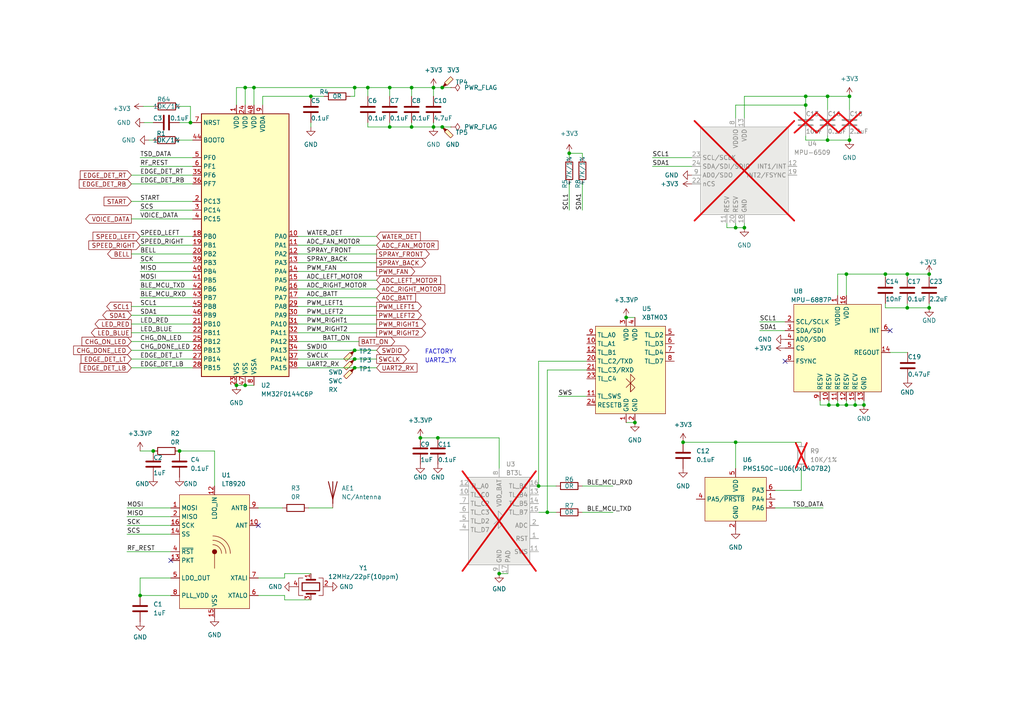
<source format=kicad_sch>
(kicad_sch (version 20230121) (generator eeschema)
  (paper "A4")
  (lib_symbols
    (symbol "Connector:TestPoint_Probe" (pin_numbers hide) (pin_names (offset 0.762) hide)
      (property "Reference" "TP" (at 1.651 5.842 0))
      (property "Value" "TestPoint_Probe" (at 1.651 4.064 0))
      (symbol "TestPoint_Probe_0_1"
        (polyline (pts (xy 1.27 0.762) (xy 0 0) (xy 0.762 1.27) (xy 1.27 0.762)) (fill (type outline)))
        (polyline (pts (xy 1.397 0.635) (xy 0.635 1.397) (xy 2.413 3.175) (xy 3.175 2.413) (xy 1.397 0.635)) (fill (type background)))
      )
      (symbol "TestPoint_Probe_1_1"
        (pin passive line (at 0 0 90) (length 0) (name "1") (number "1"))
      )
    )
    (symbol "Device:Antenna" (pin_numbers hide) (pin_names (offset 1.016) hide)
      (property "Reference" "AE" (at -1.905 1.905 0))
      (property "Value" "Antenna" (at -1.905 0 0))
      (symbol "Antenna_0_1"
        (polyline (pts (xy 0 2.54) (xy 0 -3.81)) (stroke (width 0.254)))
        (polyline (pts (xy 1.27 2.54) (xy 0 -2.54) (xy -1.27 2.54)) (stroke (width 0.254)))
      )
      (symbol "Antenna_1_1"
        (pin input line (at 0 -5.08 90) (length 2.54) (name "A") (number "1"))
      )
    )
    (symbol "Device:C" (pin_numbers hide) (pin_names (offset 0.254))
      (property "Reference" "C" (at 0.635 2.54 0))
      (property "Value" "C" (at 0.635 -2.54 0))
      (symbol "C_0_1"
        (polyline (pts (xy -2.032 -0.762) (xy 2.032 -0.762)) (stroke (width 0.508)))
        (polyline (pts (xy -2.032 0.762) (xy 2.032 0.762)) (stroke (width 0.508)))
      )
      (symbol "C_1_1"
        (pin passive line (at 0 3.81 270) (length 2.794) (name "~") (number "1"))
        (pin passive line (at 0 -3.81 90) (length 2.794) (name "~") (number "2"))
      )
    )
    (symbol "Device:Crystal_GND24" (pin_names (offset 1.016) hide)
      (property "Reference" "Y" (at 3.175 5.08 0))
      (property "Value" "Crystal_GND24" (at 3.175 3.175 0))
      (symbol "Crystal_GND24_0_1"
        (rectangle (start -1.143 2.54) (end 1.143 -2.54) (stroke (width 0.3048)))
        (polyline (pts (xy -2.54 0) (xy -2.032 0)))
        (polyline (pts (xy -2.032 -1.27) (xy -2.032 1.27)) (stroke (width 0.508)))
        (polyline (pts (xy 0 -3.81) (xy 0 -3.556)))
        (polyline (pts (xy 0 3.556) (xy 0 3.81)))
        (polyline (pts (xy 2.032 -1.27) (xy 2.032 1.27)) (stroke (width 0.508)))
        (polyline (pts (xy 2.032 0) (xy 2.54 0)))
        (polyline (pts (xy -2.54 -2.286) (xy -2.54 -3.556) (xy 2.54 -3.556) (xy 2.54 -2.286)))
        (polyline (pts (xy -2.54 2.286) (xy -2.54 3.556) (xy 2.54 3.556) (xy 2.54 2.286)))
      )
      (symbol "Crystal_GND24_1_1"
        (pin passive line (at -3.81 0 0) (length 1.27) (name "1") (number "1"))
        (pin passive line (at 0 5.08 270) (length 1.27) (name "2") (number "2"))
        (pin passive line (at 3.81 0 180) (length 1.27) (name "3") (number "3"))
        (pin passive line (at 0 -5.08 90) (length 1.27) (name "4") (number "4"))
      )
    )
    (symbol "Device:R" (pin_numbers hide) (pin_names (offset 0))
      (property "Reference" "R" (at 2.032 0 90))
      (property "Value" "R" (at 0 0 90))
      (symbol "R_0_1"
        (rectangle (start -1.016 -2.54) (end 1.016 2.54) (stroke (width 0.254)))
      )
      (symbol "R_1_1"
        (pin passive line (at 0 3.81 270) (length 1.27) (name "~") (number "1"))
        (pin passive line (at 0 -3.81 90) (length 1.27) (name "~") (number "2"))
      )
    )
    (symbol "MCU_ST_STM32F0:STM32F030C8Tx"
      (property "Reference" "U" (at -12.7 39.37 0))
      (property "Value" "STM32F030C8Tx" (at 7.62 39.37 0))
      (symbol "STM32F030C8Tx_0_1"
        (rectangle (start -12.7 -38.1) (end 12.7 38.1) (stroke (width 0.254)) (fill (type background)))
      )
      (symbol "STM32F030C8Tx_1_1"
        (pin power_in line (at -2.54 40.64 270) (length 2.54) (name "VDD") (number "1"))
        (pin bidirectional line (at 15.24 2.54 180) (length 2.54) (name "PA0") (number "10"))
        (pin bidirectional line (at 15.24 0 180) (length 2.54) (name "PA1") (number "11"))
        (pin bidirectional line (at 15.24 -2.54 180) (length 2.54) (name "PA2") (number "12"))
        (pin bidirectional line (at 15.24 -5.08 180) (length 2.54) (name "PA3") (number "13"))
        (pin bidirectional line (at 15.24 -7.62 180) (length 2.54) (name "PA4") (number "14"))
        (pin bidirectional line (at 15.24 -10.16 180) (length 2.54) (name "PA5") (number "15"))
        (pin bidirectional line (at 15.24 -12.7 180) (length 2.54) (name "PA6") (number "16"))
        (pin bidirectional line (at 15.24 -15.24 180) (length 2.54) (name "PA7") (number "17"))
        (pin bidirectional line (at -15.24 2.54 0) (length 2.54) (name "PB0") (number "18"))
        (pin bidirectional line (at -15.24 0 0) (length 2.54) (name "PB1") (number "19"))
        (pin bidirectional line (at -15.24 12.7 0) (length 2.54) (name "PC13") (number "2"))
        (pin bidirectional line (at -15.24 -2.54 0) (length 2.54) (name "PB2") (number "20"))
        (pin bidirectional line (at -15.24 -22.86 0) (length 2.54) (name "PB10") (number "21"))
        (pin bidirectional line (at -15.24 -25.4 0) (length 2.54) (name "PB11") (number "22"))
        (pin power_in line (at -2.54 -40.64 90) (length 2.54) (name "VSS") (number "23"))
        (pin power_in line (at 0 40.64 270) (length 2.54) (name "VDD") (number "24"))
        (pin bidirectional line (at -15.24 -27.94 0) (length 2.54) (name "PB12") (number "25"))
        (pin bidirectional line (at -15.24 -30.48 0) (length 2.54) (name "PB13") (number "26"))
        (pin bidirectional line (at -15.24 -33.02 0) (length 2.54) (name "PB14") (number "27"))
        (pin bidirectional line (at -15.24 -35.56 0) (length 2.54) (name "PB15") (number "28"))
        (pin bidirectional line (at 15.24 -17.78 180) (length 2.54) (name "PA8") (number "29"))
        (pin bidirectional line (at -15.24 10.16 0) (length 2.54) (name "PC14") (number "3"))
        (pin bidirectional line (at 15.24 -20.32 180) (length 2.54) (name "PA9") (number "30"))
        (pin bidirectional line (at 15.24 -22.86 180) (length 2.54) (name "PA10") (number "31"))
        (pin bidirectional line (at 15.24 -25.4 180) (length 2.54) (name "PA11") (number "32"))
        (pin bidirectional line (at 15.24 -27.94 180) (length 2.54) (name "PA12") (number "33"))
        (pin bidirectional line (at 15.24 -30.48 180) (length 2.54) (name "PA13") (number "34"))
        (pin bidirectional line (at -15.24 20.32 0) (length 2.54) (name "PF6") (number "35"))
        (pin bidirectional line (at -15.24 17.78 0) (length 2.54) (name "PF7") (number "36"))
        (pin bidirectional line (at 15.24 -33.02 180) (length 2.54) (name "PA14") (number "37"))
        (pin bidirectional line (at 15.24 -35.56 180) (length 2.54) (name "PA15") (number "38"))
        (pin bidirectional line (at -15.24 -5.08 0) (length 2.54) (name "PB3") (number "39"))
        (pin bidirectional line (at -15.24 7.62 0) (length 2.54) (name "PC15") (number "4"))
        (pin bidirectional line (at -15.24 -7.62 0) (length 2.54) (name "PB4") (number "40"))
        (pin bidirectional line (at -15.24 -10.16 0) (length 2.54) (name "PB5") (number "41"))
        (pin bidirectional line (at -15.24 -12.7 0) (length 2.54) (name "PB6") (number "42"))
        (pin bidirectional line (at -15.24 -15.24 0) (length 2.54) (name "PB7") (number "43"))
        (pin input line (at -15.24 30.48 0) (length 2.54) (name "BOOT0") (number "44"))
        (pin bidirectional line (at -15.24 -17.78 0) (length 2.54) (name "PB8") (number "45"))
        (pin bidirectional line (at -15.24 -20.32 0) (length 2.54) (name "PB9") (number "46"))
        (pin power_in line (at 0 -40.64 90) (length 2.54) (name "VSS") (number "47"))
        (pin power_in line (at 2.54 40.64 270) (length 2.54) (name "VDD") (number "48"))
        (pin input line (at -15.24 25.4 0) (length 2.54) (name "PF0") (number "5"))
        (pin input line (at -15.24 22.86 0) (length 2.54) (name "PF1") (number "6"))
        (pin input line (at -15.24 35.56 0) (length 2.54) (name "NRST") (number "7"))
        (pin power_in line (at 2.54 -40.64 90) (length 2.54) (name "VSSA") (number "8"))
        (pin power_in line (at 5.08 40.64 270) (length 2.54) (name "VDDA") (number "9"))
      )
    )
    (symbol "Ovo_MCU_Padauk:PMS150C-U06"
      (property "Reference" "U" (at 3.81 10.16 0))
      (property "Value" "PMS150C-U06" (at 8.89 7.62 0))
      (symbol "PMS150C-U06_0_1"
        (rectangle (start -8.89 6.35) (end 8.89 -6.35) (fill (type background)))
      )
      (symbol "PMS150C-U06_1_1"
        (pin bidirectional line (at 11.43 0 180) (length 2.54) (name "PA4") (number "1"))
        (pin power_in line (at 0 -8.89 90) (length 2.54) (name "GND") (number "2"))
        (pin bidirectional line (at 11.43 -2.54 180) (length 2.54) (name "PA6") (number "3"))
        (pin bidirectional line (at -11.43 0 0) (length 2.54) (name "PA5/~{PRSTB}") (number "4"))
        (pin power_in line (at 0 8.89 270) (length 2.54) (name "VDD") (number "5"))
        (pin bidirectional line (at 11.43 2.54 180) (length 2.54) (name "PA3") (number "6"))
      )
    )
    (symbol "Ovo_RF:LT8920"
      (property "Reference" "U" (at -8.89 17.78 0))
      (property "Value" "LT8920" (at -6.35 -17.78 0))
      (symbol "LT8920_0_1"
        (rectangle (start -10.16 16.51) (end 10.16 -16.51) (fill (type background)))
        (polyline (pts (xy 0 0) (xy 0 -4.826)))
        (circle (center 0 0) (radius 0.635) (fill (type outline)))
        (arc (start 2.032 -0.508) (mid 1.2881 1.2881) (end -0.508 2.032))
        (arc (start 3.302 -0.508) (mid 2.1861 2.186) (end -0.508 3.302))
        (arc (start 4.572 -0.508) (mid 3.0841 3.0841) (end -0.508 4.572))
      )
      (symbol "LT8920_1_1"
        (pin input line (at -12.7 12.7 0) (length 2.54) (name "MOSI") (number "1"))
        (pin passive line (at 12.7 7.62 180) (length 2.54) (name "ANT") (number "10"))
        (pin no_connect line (at 5.08 -19.05 90) (length 2.54) hide (name "NC") (number "11"))
        (pin power_in line (at 0 19.05 270) (length 2.54) (name "LDO_IN") (number "12"))
        (pin output line (at -12.7 -2.54 0) (length 2.54) (name "PKT") (number "13"))
        (pin input line (at -12.7 5.08 0) (length 2.54) (name "SS") (number "14"))
        (pin power_in line (at 0 -19.05 90) (length 2.54) (name "VSS") (number "15"))
        (pin input line (at -12.7 7.62 0) (length 2.54) (name "SCK") (number "16"))
        (pin output line (at -12.7 10.16 0) (length 2.54) (name "MISO") (number "2"))
        (pin no_connect line (at 2.54 -19.05 90) (length 2.54) hide (name "NC") (number "3"))
        (pin input line (at -12.7 0 0) (length 2.54) (name "~{RST}") (number "4"))
        (pin power_out line (at -12.7 -7.62 0) (length 2.54) (name "LDO_OUT") (number "5"))
        (pin passive line (at 12.7 -12.7 180) (length 2.54) (name "XTALO") (number "6"))
        (pin passive line (at 12.7 -7.62 180) (length 2.54) (name "XTALI") (number "7"))
        (pin power_in line (at -12.7 -12.7 0) (length 2.54) (name "PLL_VDD") (number "8"))
        (pin passive line (at 12.7 12.7 180) (length 2.54) (name "ANTB") (number "9"))
      )
    )
    (symbol "Ovo_RF_Bluetooth:BT3L"
      (property "Reference" "U" (at -7.62 13.97 0))
      (property "Value" "BT3L" (at -6.35 -13.97 0))
      (symbol "BT3L_0_1"
        (rectangle (start -8.89 12.7) (end 8.89 -12.7) (fill (type background)))
        (polyline (pts (xy -0.254 0.381) (xy -1.524 -0.889)))
        (polyline (pts (xy -0.254 2.921) (xy -0.254 -2.159)))
        (polyline (pts (xy -0.254 2.921) (xy 1.016 1.651) (xy -0.254 0.381) (xy 1.016 -0.889) (xy -0.254 -2.159) (xy -0.254 0.381) (xy -1.524 1.651)))
      )
      (symbol "BT3L_1_1"
        (pin input line (at 11.43 -5.08 180) (length 2.54) (name "RST") (number "1"))
        (pin bidirectional line (at -11.43 7.62 0) (length 2.54) (name "TL_C0") (number "10"))
        (pin bidirectional line (at 11.43 -8.89 180) (length 2.54) (name "SWS") (number "11"))
        (pin bidirectional line (at -11.43 10.16 0) (length 2.54) (name "TL_A0") (number "12"))
        (pin bidirectional line (at 11.43 7.62 180) (length 2.54) (name "TL_B4") (number "13"))
        (pin bidirectional line (at 11.43 5.08 180) (length 2.54) (name "TL_B5") (number "14"))
        (pin bidirectional line (at 11.43 2.54 180) (length 2.54) (name "TL_B7") (number "15"))
        (pin bidirectional line (at 11.43 10.16 180) (length 2.54) (name "TL_B1") (number "16"))
        (pin power_in line (at 2.54 -15.24 90) (length 2.54) (name "PAD") (number "17"))
        (pin input line (at 11.43 -1.27 180) (length 2.54) (name "ADC") (number "2"))
        (pin no_connect line (at -11.43 -6.35 0) (length 2.54) hide (name "NC") (number "3"))
        (pin bidirectional line (at -11.43 -2.54 0) (length 2.54) (name "TL_D7") (number "4"))
        (pin bidirectional line (at -11.43 0 0) (length 2.54) (name "TL_D2") (number "5"))
        (pin bidirectional line (at -11.43 2.54 0) (length 2.54) (name "TL_C3") (number "6"))
        (pin bidirectional line (at -11.43 5.08 0) (length 2.54) (name "TL_C2") (number "7"))
        (pin power_in line (at 0 15.24 270) (length 2.54) (name "VDD_BAT") (number "8"))
        (pin power_in line (at 0 -15.24 90) (length 2.54) (name "GND") (number "9"))
      )
    )
    (symbol "Ovo_RF_Bluetooth:XBTM03"
      (property "Reference" "U" (at 8.89 13.97 0))
      (property "Value" "XBTM03" (at 6.35 -13.97 0))
      (symbol "XBTM03_0_1"
        (rectangle (start -10.16 12.7) (end 10.16 -12.7) (fill (type background)))
        (polyline (pts (xy 0 -3.81) (xy -1.27 -5.08)))
        (polyline (pts (xy 0 -1.27) (xy 0 -6.35)))
        (polyline (pts (xy 0 -1.27) (xy 1.27 -2.54) (xy 0 -3.81) (xy 1.27 -5.08) (xy 0 -6.35) (xy 0 -3.81) (xy -1.27 -2.54)))
      )
      (symbol "XBTM03_1_1"
        (pin power_in line (at -1.27 -15.24 90) (length 2.54) (name "GND") (number "1"))
        (pin bidirectional line (at -12.7 7.62 0) (length 2.54) (name "TL_A1") (number "10"))
        (pin bidirectional line (at -12.7 -7.62 0) (length 2.54) (name "TL_SWS") (number "11"))
        (pin bidirectional line (at -12.7 5.08 0) (length 2.54) (name "TL_B1") (number "12"))
        (pin no_connect line (at 12.7 -10.16 180) (length 2.54) hide (name "NC") (number "13"))
        (pin no_connect line (at 12.7 -10.16 180) (length 2.54) hide (name "NC") (number "14"))
        (pin no_connect line (at 12.7 -10.16 180) (length 2.54) hide (name "NC") (number "15"))
        (pin no_connect line (at 12.7 -10.16 180) (length 2.54) hide (name "NC") (number "16"))
        (pin no_connect line (at 12.7 -10.16 180) (length 2.54) hide (name "NC") (number "17"))
        (pin no_connect line (at 12.7 -10.16 180) (length 2.54) hide (name "NC") (number "18"))
        (pin no_connect line (at 12.7 -10.16 180) (length 2.54) hide (name "NC") (number "19"))
        (pin power_in line (at 1.27 -15.24 90) (length 2.54) (name "GND") (number "2"))
        (pin bidirectional line (at -12.7 2.54 0) (length 2.54) (name "TL_C2/TXD") (number "20"))
        (pin bidirectional line (at -12.7 0 0) (length 2.54) (name "TL_C3/RXD") (number "21"))
        (pin no_connect line (at 12.7 -10.16 180) (length 2.54) hide (name "NC") (number "22"))
        (pin bidirectional line (at -12.7 -2.54 0) (length 2.54) (name "TL_C4") (number "23"))
        (pin bidirectional line (at -12.7 -10.16 0) (length 2.54) (name "RESETB") (number "24"))
        (pin power_in line (at -1.27 15.24 270) (length 2.54) (name "VDD") (number "3"))
        (pin power_in line (at 1.27 15.24 270) (length 2.54) (name "VDD") (number "4"))
        (pin bidirectional line (at 12.7 10.16 180) (length 2.54) (name "TL_D2") (number "5"))
        (pin bidirectional line (at 12.7 7.62 180) (length 2.54) (name "TL_D3") (number "6"))
        (pin bidirectional line (at 12.7 5.08 180) (length 2.54) (name "TL_D4") (number "7"))
        (pin bidirectional line (at 12.7 2.54 180) (length 2.54) (name "TL_D7") (number "8"))
        (pin bidirectional line (at -12.7 10.16 0) (length 2.54) (name "TL_A0") (number "9"))
      )
    )
    (symbol "Ovo_Sensor_Motion:MPU-6509"
      (property "Reference" "U" (at -12.7 16.51 0))
      (property "Value" "MPU-6509" (at -8.89 13.97 0))
      (symbol "MPU-6509_0_1"
        (rectangle (start -12.7 12.7) (end 12.7 -12.7) (fill (type background)))
      )
      (symbol "MPU-6509_1_1"
        (pin no_connect line (at -7.62 -15.24 90) (length 2.54) hide (name "NC") (number "1"))
        (pin no_connect line (at -7.62 -15.24 90) (length 2.54) hide (name "NC") (number "10"))
        (pin passive line (at -5.08 -15.24 90) (length 2.54) (name "RESV") (number "11"))
        (pin output line (at 15.24 1.27 180) (length 2.54) (name "INT1/INT") (number "12"))
        (pin power_in line (at 0 15.24 270) (length 2.54) (name "VDD") (number "13"))
        (pin no_connect line (at -7.62 -15.24 90) (length 2.54) hide (name "NC") (number "14"))
        (pin no_connect line (at -7.62 -15.24 90) (length 2.54) hide (name "NC") (number "15"))
        (pin no_connect line (at -7.62 -15.24 90) (length 2.54) hide (name "NC") (number "16"))
        (pin no_connect line (at -7.62 -15.24 90) (length 2.54) hide (name "NC") (number "17"))
        (pin power_in line (at 0 -15.24 90) (length 2.54) (name "GND") (number "18"))
        (pin output line (at 15.24 -1.27 180) (length 2.54) (name "INT2/FSYNC") (number "19"))
        (pin no_connect line (at -7.62 -15.24 90) (length 2.54) hide (name "NC") (number "2"))
        (pin passive line (at -2.54 -15.24 90) (length 2.54) (name "RESV") (number "20"))
        (pin no_connect line (at -7.62 -15.24 90) (length 2.54) hide (name "NC") (number "21"))
        (pin input line (at -15.24 -3.81 0) (length 2.54) (name "nCS") (number "22"))
        (pin input line (at -15.24 3.81 0) (length 2.54) (name "SCL/SCLK") (number "23"))
        (pin bidirectional line (at -15.24 1.27 0) (length 2.54) (name "SDA/SDI/SDIO") (number "24"))
        (pin no_connect line (at -7.62 -15.24 90) (length 2.54) hide (name "NC") (number "3"))
        (pin no_connect line (at -7.62 -15.24 90) (length 2.54) hide (name "NC") (number "4"))
        (pin no_connect line (at -7.62 -15.24 90) (length 2.54) hide (name "NC") (number "5"))
        (pin no_connect line (at -7.62 -15.24 90) (length 2.54) hide (name "NC") (number "6"))
        (pin no_connect line (at -7.62 -15.24 90) (length 2.54) hide (name "NC") (number "7"))
        (pin power_in line (at -2.54 15.24 270) (length 2.54) (name "VDDIO") (number "8"))
        (pin input line (at -15.24 -1.27 0) (length 2.54) (name "AD0/SDO") (number "9"))
      )
    )
    (symbol "Ovo_Sensor_Motion:MPU-6887"
      (property "Reference" "U" (at -13.97 16.51 0))
      (property "Value" "MPU-6887" (at -10.16 13.97 0))
      (symbol "MPU-6887_0_1"
        (rectangle (start -12.7 12.7) (end 12.7 -12.7) (fill (type background)))
      )
      (symbol "MPU-6887_1_1"
        (pin power_in line (at 0 15.24 270) (length 2.54) (name "VDDIO") (number "1"))
        (pin passive line (at -2.54 -15.24 90) (length 2.54) (name "RESV") (number "10"))
        (pin passive line (at 0 -15.24 90) (length 2.54) (name "RESV") (number "11"))
        (pin passive line (at 2.54 -15.24 90) (length 2.54) (name "RESV") (number "12"))
        (pin power_in line (at 7.62 -15.24 90) (length 2.54) (name "GND") (number "13"))
        (pin passive line (at 15.24 -1.27 180) (length 2.54) (name "REGOUT") (number "14"))
        (pin passive line (at 5.08 -15.24 90) (length 2.54) (name "RECV") (number "15"))
        (pin power_in line (at 2.54 15.24 270) (length 2.54) (name "VDD") (number "16"))
        (pin input line (at -15.24 7.62 0) (length 2.54) (name "SCL/SCLK") (number "2"))
        (pin bidirectional line (at -15.24 5.08 0) (length 2.54) (name "SDA/SDI") (number "3"))
        (pin input line (at -15.24 2.54 0) (length 2.54) (name "AD0/SDO") (number "4"))
        (pin input line (at -15.24 0 0) (length 2.54) (name "CS") (number "5"))
        (pin output line (at 15.24 5.08 180) (length 2.54) (name "INT") (number "6"))
        (pin no_connect line (at -7.62 -15.24 90) (length 2.54) hide (name "RESV") (number "7"))
        (pin input line (at -15.24 -3.81 0) (length 2.54) (name "FSYNC") (number "8"))
        (pin passive line (at -5.08 -15.24 90) (length 2.54) (name "RESV") (number "9"))
      )
    )
    (symbol "power:+3.3VP" (power) (pin_names (offset 0))
      (property "Value" "+3.3VP" (at 0 2.54 0))
      (symbol "+3.3VP_0_0"
        (pin power_in line (at 0 0 90) (length 0) hide (name "+3.3VP") (number "1"))
      )
      (symbol "+3.3VP_0_1"
        (polyline (pts (xy -0.762 1.27) (xy 0 2.54)))
        (polyline (pts (xy 0 0) (xy 0 2.54)))
        (polyline (pts (xy 0 2.54) (xy 0.762 1.27)))
      )
    )
    (symbol "power:+3V3" (power) (pin_names (offset 0))
      (property "Value" "+3V3" (at 0 3.556 0))
      (symbol "+3V3_0_1"
        (polyline (pts (xy -0.762 1.27) (xy 0 2.54)))
        (polyline (pts (xy 0 0) (xy 0 2.54)))
        (polyline (pts (xy 0 2.54) (xy 0.762 1.27)))
      )
      (symbol "+3V3_1_1"
        (pin power_in line (at 0 0 90) (length 0) hide (name "+3V3") (number "1"))
      )
    )
    (symbol "power:GND" (power) (pin_names (offset 0))
      (property "Value" "GND" (at 0 -3.81 0))
      (symbol "GND_0_1"
        (polyline (pts (xy 0 0) (xy 0 -1.27) (xy 1.27 -1.27) (xy 0 -2.54) (xy -1.27 -1.27) (xy 0 -1.27)))
      )
      (symbol "GND_1_1"
        (pin power_in line (at 0 0 270) (length 0) hide (name "GND") (number "1"))
      )
    )
    (symbol "power:PWR_FLAG" (power) (pin_numbers hide) (pin_names (offset 0) hide)
      (property "Value" "PWR_FLAG" (at 0 3.81 0))
      (symbol "PWR_FLAG_0_0"
        (pin power_out line (at 0 0 90) (length 0) (name "pwr") (number "1"))
      )
      (symbol "PWR_FLAG_0_1"
        (polyline (pts (xy 0 0) (xy 0 1.27) (xy -1.016 1.905) (xy 0 2.54) (xy 1.016 1.905) (xy 0 1.27)))
      )
    )
  )
  (junction (at 128.27 36.83))
  (junction (at 165.1 44.45))
  (junction (at 156.21 140.97))
  (junction (at 127 127))
  (junction (at 256.794 79.502))
  (junction (at 245.491 79.502))
  (junction (at 113.03 36.83))
  (junction (at 233.68 27.94))
  (junction (at 128.27 25.4))
  (junction (at 144.78 166.37))
  (junction (at 240.03 27.94))
  (junction (at 106.68 25.4))
  (junction (at 181.61 92.075))
  (junction (at 125.73 25.4))
  (junction (at 213.36 66.04))
  (junction (at 71.12 111.76))
  (junction (at 73.66 25.4))
  (junction (at 240.03 40.64))
  (junction (at 184.15 122.555))
  (junction (at 125.73 36.83))
  (junction (at 102.87 106.68))
  (junction (at 52.07 130.81))
  (junction (at 215.9 66.04))
  (junction (at 246.38 40.64))
  (junction (at 245.491 117.475))
  (junction (at 198.12 128.27))
  (junction (at 213.36 128.27))
  (junction (at 263.144 89.281))
  (junction (at 246.38 27.94))
  (junction (at 113.03 25.4))
  (junction (at 248.031 117.475))
  (junction (at 102.87 104.14))
  (junction (at 263.144 79.502))
  (junction (at 119.38 36.83))
  (junction (at 119.38 25.4))
  (junction (at 269.494 89.281))
  (junction (at 90.17 27.94))
  (junction (at 250.571 117.475))
  (junction (at 242.951 117.475))
  (junction (at 68.58 111.76))
  (junction (at 40.64 172.72))
  (junction (at 158.75 148.59))
  (junction (at 102.87 25.4))
  (junction (at 233.68 30.48))
  (junction (at 102.87 101.6))
  (junction (at 269.494 79.502))
  (junction (at 121.92 127))
  (junction (at 55.245 35.56))
  (junction (at 44.45 130.81))
  (junction (at 240.411 117.475))
  (junction (at 71.12 25.4))
  (no_connect (at 49.53 162.56))
  (no_connect (at 227.711 104.775))
  (no_connect (at 74.93 152.4))
  (no_connect (at 258.191 95.885))
  (wire (pts (xy 181.61 92.075) (xy 184.15 92.075)))
  (wire (pts (xy 106.68 35.56) (xy 106.68 36.83)))
  (wire (pts (xy 40.64 86.36) (xy 55.88 86.36)))
  (wire (pts (xy 240.411 117.475) (xy 242.951 117.475)))
  (wire (pts (xy 89.535 147.32) (xy 96.52 147.32)))
  (wire (pts (xy 40.64 83.82) (xy 55.88 83.82)))
  (wire (pts (xy 161.925 114.935) (xy 170.18 114.935)))
  (wire (pts (xy 49.53 167.64) (xy 40.64 167.64)))
  (wire (pts (xy 233.68 31.75) (xy 233.68 30.48)))
  (wire (pts (xy 269.494 79.502) (xy 269.494 80.391)))
  (wire (pts (xy 224.79 147.32) (xy 238.76 147.32)))
  (wire (pts (xy 189.23 48.26) (xy 200.66 48.26)))
  (wire (pts (xy 36.83 152.4) (xy 49.53 152.4)))
  (wire (pts (xy 102.87 25.4) (xy 102.87 27.94)))
  (wire (pts (xy 168.91 148.59) (xy 177.8 148.59)))
  (wire (pts (xy 113.03 25.4) (xy 106.68 25.4)))
  (wire (pts (xy 36.83 154.94) (xy 49.53 154.94)))
  (wire (pts (xy 213.36 30.48) (xy 213.36 34.29)))
  (wire (pts (xy 38.1 91.44) (xy 55.88 91.44)))
  (wire (pts (xy 246.38 40.64) (xy 246.38 39.37)))
  (wire (pts (xy 40.64 45.72) (xy 55.88 45.72)))
  (wire (pts (xy 41.529 30.861) (xy 44.577 30.861)))
  (wire (pts (xy 210.82 66.04) (xy 213.36 66.04)))
  (wire (pts (xy 86.36 91.44) (xy 109.22 91.44)))
  (wire (pts (xy 232.41 135.89) (xy 232.41 142.24)))
  (wire (pts (xy 38.1 96.52) (xy 55.88 96.52)))
  (wire (pts (xy 128.27 25.4) (xy 130.81 25.4)))
  (wire (pts (xy 125.73 25.4) (xy 125.73 27.94)))
  (wire (pts (xy 38.1 101.6) (xy 55.88 101.6)))
  (wire (pts (xy 38.1 106.68) (xy 55.88 106.68)))
  (wire (pts (xy 73.66 25.4) (xy 73.66 30.48)))
  (wire (pts (xy 86.36 88.9) (xy 109.22 88.9)))
  (wire (pts (xy 52.07 130.81) (xy 62.23 130.81)))
  (wire (pts (xy 82.55 173.99) (xy 82.55 172.72)))
  (wire (pts (xy 213.36 128.27) (xy 232.41 128.27)))
  (wire (pts (xy 40.64 167.64) (xy 40.64 172.72)))
  (wire (pts (xy 71.12 111.76) (xy 73.66 111.76)))
  (wire (pts (xy 258.191 102.235) (xy 263.271 102.235)))
  (wire (pts (xy 40.64 68.58) (xy 55.88 68.58)))
  (wire (pts (xy 215.9 64.77) (xy 215.9 66.04)))
  (wire (pts (xy 38.1 53.34) (xy 55.88 53.34)))
  (wire (pts (xy 156.21 140.97) (xy 156.21 104.775)))
  (wire (pts (xy 156.21 104.775) (xy 170.18 104.775)))
  (wire (pts (xy 242.951 79.502) (xy 245.491 79.502)))
  (wire (pts (xy 102.87 25.4) (xy 73.66 25.4)))
  (wire (pts (xy 165.1 45.72) (xy 165.1 44.45)))
  (wire (pts (xy 55.245 30.861) (xy 55.245 35.56)))
  (wire (pts (xy 144.78 166.37) (xy 147.32 166.37)))
  (wire (pts (xy 158.75 148.59) (xy 158.75 107.315)))
  (wire (pts (xy 168.91 53.34) (xy 168.91 60.96)))
  (wire (pts (xy 41.783 35.56) (xy 44.45 35.56)))
  (wire (pts (xy 38.1 58.42) (xy 55.88 58.42)))
  (wire (pts (xy 90.17 173.99) (xy 82.55 173.99)))
  (wire (pts (xy 165.1 44.45) (xy 168.91 44.45)))
  (wire (pts (xy 102.87 104.14) (xy 109.22 104.14)))
  (wire (pts (xy 144.78 127) (xy 144.78 135.89)))
  (wire (pts (xy 240.03 40.64) (xy 246.38 40.64)))
  (wire (pts (xy 55.245 35.56) (xy 55.88 35.56)))
  (wire (pts (xy 158.75 107.315) (xy 170.18 107.315)))
  (wire (pts (xy 245.491 116.205) (xy 245.491 117.475)))
  (wire (pts (xy 106.68 36.83) (xy 113.03 36.83)))
  (wire (pts (xy 38.1 99.06) (xy 55.88 99.06)))
  (wire (pts (xy 165.1 53.34) (xy 165.1 60.96)))
  (wire (pts (xy 101.6 27.94) (xy 102.87 27.94)))
  (wire (pts (xy 90.17 27.94) (xy 93.98 27.94)))
  (wire (pts (xy 113.03 25.4) (xy 113.03 27.94)))
  (wire (pts (xy 71.12 25.4) (xy 73.66 25.4)))
  (wire (pts (xy 40.64 76.2) (xy 55.88 76.2)))
  (wire (pts (xy 220.345 93.345) (xy 227.711 93.345)))
  (wire (pts (xy 40.64 60.96) (xy 55.88 60.96)))
  (wire (pts (xy 38.1 63.5) (xy 55.88 63.5)))
  (wire (pts (xy 86.36 76.2) (xy 109.22 76.2)))
  (wire (pts (xy 125.73 36.83) (xy 125.73 35.56)))
  (wire (pts (xy 68.58 111.76) (xy 71.12 111.76)))
  (wire (pts (xy 40.64 48.26) (xy 55.88 48.26)))
  (wire (pts (xy 68.58 30.48) (xy 68.58 25.4)))
  (wire (pts (xy 263.144 79.502) (xy 263.144 80.391)))
  (wire (pts (xy 213.36 64.77) (xy 213.36 66.04)))
  (wire (pts (xy 220.345 95.885) (xy 227.711 95.885)))
  (wire (pts (xy 38.1 104.14) (xy 55.88 104.14)))
  (wire (pts (xy 52.07 35.56) (xy 55.245 35.56)))
  (wire (pts (xy 242.951 79.502) (xy 242.951 85.725)))
  (wire (pts (xy 189.23 45.72) (xy 200.66 45.72)))
  (wire (pts (xy 198.12 128.27) (xy 213.36 128.27)))
  (wire (pts (xy 106.68 25.4) (xy 106.68 27.94)))
  (wire (pts (xy 86.36 81.28) (xy 109.22 81.28)))
  (wire (pts (xy 86.36 73.66) (xy 109.22 73.66)))
  (wire (pts (xy 245.491 117.475) (xy 248.031 117.475)))
  (wire (pts (xy 245.491 85.725) (xy 245.491 79.502)))
  (wire (pts (xy 269.494 89.281) (xy 269.494 88.011)))
  (wire (pts (xy 82.55 166.37) (xy 82.55 167.64)))
  (wire (pts (xy 119.38 36.83) (xy 125.73 36.83)))
  (wire (pts (xy 86.36 96.52) (xy 109.22 96.52)))
  (wire (pts (xy 90.17 166.37) (xy 82.55 166.37)))
  (wire (pts (xy 121.92 127) (xy 127 127)))
  (wire (pts (xy 82.55 172.72) (xy 74.93 172.72)))
  (wire (pts (xy 119.38 25.4) (xy 125.73 25.4)))
  (wire (pts (xy 36.83 147.32) (xy 49.53 147.32)))
  (wire (pts (xy 102.87 101.6) (xy 109.22 101.6)))
  (wire (pts (xy 62.23 130.81) (xy 62.23 140.97)))
  (wire (pts (xy 256.794 79.502) (xy 256.794 80.391)))
  (wire (pts (xy 38.1 93.98) (xy 55.88 93.98)))
  (wire (pts (xy 213.36 66.04) (xy 215.9 66.04)))
  (wire (pts (xy 86.36 106.68) (xy 102.87 106.68)))
  (wire (pts (xy 245.491 79.502) (xy 256.794 79.502)))
  (wire (pts (xy 240.03 40.64) (xy 240.03 39.37)))
  (wire (pts (xy 40.64 71.12) (xy 55.88 71.12)))
  (wire (pts (xy 40.64 130.81) (xy 44.45 130.81)))
  (wire (pts (xy 86.36 83.82) (xy 109.22 83.82)))
  (wire (pts (xy 181.61 122.555) (xy 184.15 122.555)))
  (wire (pts (xy 242.951 117.475) (xy 245.491 117.475)))
  (wire (pts (xy 210.82 64.77) (xy 210.82 66.04)))
  (wire (pts (xy 76.2 27.94) (xy 76.2 30.48)))
  (wire (pts (xy 263.144 89.281) (xy 263.144 88.011)))
  (wire (pts (xy 71.12 30.48) (xy 71.12 25.4)))
  (wire (pts (xy 119.38 25.4) (xy 113.03 25.4)))
  (wire (pts (xy 233.68 27.94) (xy 233.68 30.48)))
  (wire (pts (xy 250.571 117.475) (xy 250.571 116.205)))
  (wire (pts (xy 240.411 116.205) (xy 240.411 117.475)))
  (wire (pts (xy 156.21 148.59) (xy 158.75 148.59)))
  (wire (pts (xy 242.951 116.205) (xy 242.951 117.475)))
  (wire (pts (xy 256.794 79.502) (xy 263.144 79.502)))
  (wire (pts (xy 263.144 89.281) (xy 269.494 89.281)))
  (wire (pts (xy 125.73 25.4) (xy 128.27 25.4)))
  (wire (pts (xy 90.17 27.94) (xy 76.2 27.94)))
  (wire (pts (xy 213.36 128.27) (xy 213.36 135.89)))
  (wire (pts (xy 215.9 34.29) (xy 215.9 27.94)))
  (wire (pts (xy 86.36 78.74) (xy 109.22 78.74)))
  (wire (pts (xy 256.794 89.281) (xy 256.794 88.011)))
  (wire (pts (xy 113.03 35.56) (xy 113.03 36.83)))
  (wire (pts (xy 248.031 116.205) (xy 248.031 117.475)))
  (wire (pts (xy 263.144 79.502) (xy 269.494 79.502)))
  (wire (pts (xy 168.91 140.97) (xy 177.8 140.97)))
  (wire (pts (xy 113.03 36.83) (xy 119.38 36.83)))
  (wire (pts (xy 106.68 25.4) (xy 102.87 25.4)))
  (wire (pts (xy 40.64 81.28) (xy 55.88 81.28)))
  (wire (pts (xy 82.55 167.64) (xy 74.93 167.64)))
  (wire (pts (xy 40.64 78.74) (xy 55.88 78.74)))
  (wire (pts (xy 119.38 27.94) (xy 119.38 25.4)))
  (wire (pts (xy 128.27 36.83) (xy 130.81 36.83)))
  (wire (pts (xy 240.03 27.94) (xy 246.38 27.94)))
  (wire (pts (xy 256.794 89.281) (xy 263.144 89.281)))
  (wire (pts (xy 52.07 40.64) (xy 55.88 40.64)))
  (wire (pts (xy 52.197 30.861) (xy 55.245 30.861)))
  (wire (pts (xy 168.91 44.45) (xy 168.91 45.72)))
  (wire (pts (xy 127 127) (xy 144.78 127)))
  (wire (pts (xy 74.93 147.32) (xy 81.915 147.32)))
  (wire (pts (xy 240.03 27.94) (xy 240.03 31.75)))
  (wire (pts (xy 215.9 27.94) (xy 233.68 27.94)))
  (wire (pts (xy 38.1 50.8) (xy 55.88 50.8)))
  (wire (pts (xy 233.68 40.64) (xy 240.03 40.64)))
  (wire (pts (xy 68.58 25.4) (xy 71.12 25.4)))
  (wire (pts (xy 86.36 93.98) (xy 109.22 93.98)))
  (wire (pts (xy 86.36 71.12) (xy 109.22 71.12)))
  (wire (pts (xy 86.36 101.6) (xy 102.87 101.6)))
  (wire (pts (xy 86.36 104.14) (xy 102.87 104.14)))
  (wire (pts (xy 86.36 68.58) (xy 109.22 68.58)))
  (wire (pts (xy 232.41 142.24) (xy 224.79 142.24)))
  (wire (pts (xy 125.73 36.83) (xy 128.27 36.83)))
  (wire (pts (xy 38.1 73.66) (xy 55.88 73.66)))
  (wire (pts (xy 102.87 106.68) (xy 109.22 106.68)))
  (wire (pts (xy 233.68 30.48) (xy 213.36 30.48)))
  (wire (pts (xy 43.18 40.64) (xy 44.45 40.64)))
  (wire (pts (xy 158.75 148.59) (xy 161.29 148.59)))
  (wire (pts (xy 104.14 99.06) (xy 86.36 99.06)))
  (wire (pts (xy 90.17 36.83) (xy 90.17 35.56)))
  (wire (pts (xy 237.871 116.205) (xy 237.871 117.475)))
  (wire (pts (xy 40.64 172.72) (xy 49.53 172.72)))
  (wire (pts (xy 156.21 140.97) (xy 161.29 140.97)))
  (wire (pts (xy 246.38 27.94) (xy 246.38 31.75)))
  (wire (pts (xy 38.1 88.9) (xy 55.88 88.9)))
  (wire (pts (xy 237.871 117.475) (xy 240.411 117.475)))
  (wire (pts (xy 86.36 86.36) (xy 109.22 86.36)))
  (wire (pts (xy 119.38 35.56) (xy 119.38 36.83)))
  (wire (pts (xy 233.68 40.64) (xy 233.68 39.37)))
  (wire (pts (xy 233.68 27.94) (xy 240.03 27.94)))
  (wire (pts (xy 248.031 117.475) (xy 250.571 117.475)))
  (wire (pts (xy 36.83 160.02) (xy 49.53 160.02)))
  (wire (pts (xy 36.83 149.86) (xy 49.53 149.86)))
  (text "UART2_TX" (at 123.19 105.41 0) (effects (font (size 1.27 1.27)) (justify left bottom)))
  (text "FACTORY" (at 123.19 102.87 0) (effects (font (size 1.27 1.27)) (justify left bottom)))
  (label "BELL" (at 40.64 73.66 0))
  (label "MOSI" (at 36.83 147.32 0))
  (label "BLE_MCU_RXD" (at 170.18 140.97 0))
  (label "TSD_DATA" (at 40.64 45.72 0))
  (label "SCL1" (at 220.345 93.345 0))
  (label "PWM_FAN" (at 88.9 78.74 0))
  (label "MISO" (at 36.83 149.86 0))
  (label "SWS" (at 161.925 114.935 0))
  (label "SCK" (at 40.64 76.2 0))
  (label "SCK" (at 36.83 152.4 0))
  (label "BATT_ON" (at 101.6 99.06 180))
  (label "START" (at 40.64 58.42 0))
  (label "MOSI" (at 40.64 81.28 0))
  (label "BLE_MCU_TXD" (at 40.64 83.82 0))
  (label "SDA1" (at 220.345 95.885 0))
  (label "SPEED_RIGHT" (at 40.64 71.12 0))
  (label "SDA1" (at 189.23 48.26 0))
  (label "SDA1" (at 40.64 91.44 0))
  (label "SPRAY_FRONT" (at 88.9 73.66 0))
  (label "UART2_RX" (at 88.9 106.68 0))
  (label "VOICE_DATA" (at 40.64 63.5 0))
  (label "BLE_MCU_RXD" (at 40.64 86.36 0))
  (label "SDA1" (at 168.91 60.96 90))
  (label "EDGE_DET_LB" (at 40.64 106.68 0))
  (label "MISO" (at 40.64 78.74 0))
  (label "EDGE_DET_LT" (at 40.64 104.14 0))
  (label "SCS" (at 36.83 154.94 0))
  (label "RF_REST" (at 36.83 160.02 0))
  (label "SWDIO" (at 88.9 101.6 0))
  (label "SPRAY_BACK" (at 88.9 76.2 0))
  (label "SWCLK" (at 88.9 104.14 0))
  (label "PWM_RIGHT1" (at 88.9 93.98 0))
  (label "ADC_RIGHT_MOTOR" (at 88.9 83.82 0))
  (label "SCS" (at 40.64 60.96 0))
  (label "SCL1" (at 40.64 88.9 0))
  (label "EDGE_DET_RT" (at 40.64 50.8 0))
  (label "SPEED_LEFT" (at 40.64 68.58 0))
  (label "BLE_MCU_TXD" (at 170.18 148.59 0))
  (label "PWM_RIGHT2" (at 88.9 96.52 0))
  (label "CHG_DONE_LED" (at 40.64 101.6 0))
  (label "PWM_LEFT2" (at 88.9 91.44 0))
  (label "CHG_ON_LED" (at 40.64 99.06 0))
  (label "WATER_DET" (at 88.9 68.58 0))
  (label "RF_REST" (at 40.64 48.26 0))
  (label "TSD_DATA" (at 229.87 147.32 0))
  (label "SCL1" (at 189.23 45.72 0))
  (label "ADC_FAN_MOTOR" (at 88.9 71.12 0))
  (label "LED_BLUE" (at 40.64 96.52 0))
  (label "LED_RED" (at 40.64 93.98 0))
  (label "ADC_LEFT_MOTOR" (at 88.9 81.28 0))
  (label "EDGE_DET_RB" (at 40.64 53.34 0))
  (label "PWM_LEFT1" (at 88.9 88.9 0))
  (label "ADC_BATT" (at 88.9 86.36 0))
  (label "SCL1" (at 165.1 60.96 90))
  (global_label "SPRAY_BACK" (shape output) (at 109.22 76.2 0) (property "Intersheetrefs" "${INTERSHEET_REFS}" (effects hide)))
  (global_label "UART2_RX" (shape input) (at 109.22 106.68 0) (property "Intersheetrefs" "${INTERSHEET_REFS}" (effects hide)))
  (global_label "PWM_RIGHT2" (shape output) (at 109.22 96.52 0) (property "Intersheetrefs" "${INTERSHEET_REFS}" (effects hide)))
  (global_label "EDGE_DET_LT" (shape input) (at 38.1 104.14 180) (property "Intersheetrefs" "${INTERSHEET_REFS}" (effects hide)))
  (global_label "SDA1" (shape bidirectional) (at 38.1 91.44 180) (property "Intersheetrefs" "${INTERSHEET_REFS}" (effects hide)))
  (global_label "SPEED_RIGHT" (shape input) (at 40.64 71.12 180) (property "Intersheetrefs" "${INTERSHEET_REFS}" (effects hide)))
  (global_label "EDGE_DET_RB" (shape input) (at 38.1 53.34 180) (property "Intersheetrefs" "${INTERSHEET_REFS}" (effects hide)))
  (global_label "ADC_FAN_MOTOR" (shape input) (at 109.22 71.12 0) (property "Intersheetrefs" "${INTERSHEET_REFS}" (effects hide)))
  (global_label "PWM_RIGHT1" (shape output) (at 109.22 93.98 0) (property "Intersheetrefs" "${INTERSHEET_REFS}" (effects hide)))
  (global_label "SWCLK" (shape output) (at 109.22 104.14 0) (property "Intersheetrefs" "${INTERSHEET_REFS}" (effects hide)))
  (global_label "CHG_ON_LED" (shape input) (at 38.1 99.06 180) (property "Intersheetrefs" "${INTERSHEET_REFS}" (effects hide)))
  (global_label "WATER_DET" (shape input) (at 109.22 68.58 0) (property "Intersheetrefs" "${INTERSHEET_REFS}" (effects hide)))
  (global_label "BATT_ON" (shape output) (at 104.14 99.06 0) (property "Intersheetrefs" "${INTERSHEET_REFS}" (effects hide)))
  (global_label "LED_BLUE" (shape output) (at 38.1 96.52 180) (property "Intersheetrefs" "${INTERSHEET_REFS}" (effects hide)))
  (global_label "SPEED_LEFT" (shape input) (at 40.64 68.58 180) (property "Intersheetrefs" "${INTERSHEET_REFS}" (effects hide)))
  (global_label "SPRAY_FRONT" (shape output) (at 109.22 73.66 0) (property "Intersheetrefs" "${INTERSHEET_REFS}" (effects hide)))
  (global_label "VOICE_DATA" (shape output) (at 38.1 63.5 180) (property "Intersheetrefs" "${INTERSHEET_REFS}" (effects hide)))
  (global_label "LED_RED" (shape output) (at 38.1 93.98 180) (property "Intersheetrefs" "${INTERSHEET_REFS}" (effects hide)))
  (global_label "EDGE_DET_RT" (shape input) (at 38.1 50.8 180) (property "Intersheetrefs" "${INTERSHEET_REFS}" (effects hide)))
  (global_label "PWM_LEFT2" (shape output) (at 109.22 91.44 0) (property "Intersheetrefs" "${INTERSHEET_REFS}" (effects hide)))
  (global_label "PWM_FAN" (shape output) (at 109.22 78.74 0) (property "Intersheetrefs" "${INTERSHEET_REFS}" (effects hide)))
  (global_label "ADC_LEFT_MOTOR" (shape input) (at 109.22 81.28 0) (property "Intersheetrefs" "${INTERSHEET_REFS}" (effects hide)))
  (global_label "ADC_BATT" (shape input) (at 109.22 86.36 0) (property "Intersheetrefs" "${INTERSHEET_REFS}" (effects hide)))
  (global_label "SWDIO" (shape bidirectional) (at 109.22 101.6 0) (property "Intersheetrefs" "${INTERSHEET_REFS}" (effects hide)))
  (global_label "EDGE_DET_LB" (shape input) (at 38.1 106.68 180) (property "Intersheetrefs" "${INTERSHEET_REFS}" (effects hide)))
  (global_label "START" (shape input) (at 38.1 58.42 180) (property "Intersheetrefs" "${INTERSHEET_REFS}" (effects hide)))
  (global_label "SCL1" (shape output) (at 38.1 88.9 180) (property "Intersheetrefs" "${INTERSHEET_REFS}" (effects hide)))
  (global_label "PWM_LEFT1" (shape output) (at 109.22 88.9 0) (property "Intersheetrefs" "${INTERSHEET_REFS}" (effects hide)))
  (global_label "CHG_DONE_LED" (shape input) (at 38.1 101.6 180) (property "Intersheetrefs" "${INTERSHEET_REFS}" (effects hide)))
  (global_label "ADC_RIGHT_MOTOR" (shape input) (at 109.22 83.82 0) (property "Intersheetrefs" "${INTERSHEET_REFS}" (effects hide)))
  (global_label "BELL" (shape output) (at 38.1 73.66 180) (property "Intersheetrefs" "${INTERSHEET_REFS}" (effects hide)))
  (symbol (lib_id "power:+3V3") (at 269.494 79.502 0) (unit 1)
    (property "Reference" "#PWR07" (effects hide))
    (property "Value" "+3V3" (at 269.113 76.073 0))
  )
  (symbol (lib_id "Device:C") (at 246.38 35.56 180) (unit 1) (dnp yes)
    (property "Reference" "C18" (at 246.38 33.02 0) (effects (justify right)))
    (property "Value" "2.2uF" (at 246.38 38.1 0) (effects (justify right)))
    (property "Footprint" "Capacitor_SMD:C_0603_1608Metric" (effects hide))
  )
  (symbol (lib_id "power:+3V3") (at 165.1 44.45 0) (unit 1)
    (property "Reference" "#PWR0121" (effects hide))
    (property "Value" "+3V3" (at 165.1 38.735 0))
  )
  (symbol (lib_id "Connector:TestPoint_Probe") (at 102.87 106.68 180) (unit 1)
    (property "Reference" "TP1" (at 104.14 106.9974 0) (effects (justify right)))
    (property "Value" "RX" (at 95.25 113.03 0) (effects (justify right)))
    (property "Footprint" "TestPoint:TestPoint_Pad_D1.0mm" (effects hide))
  )
  (symbol (lib_id "Device:C") (at 198.12 132.08 0) (unit 1)
    (property "Reference" "C12" (at 201.93 130.8099 0) (effects (justify left)))
    (property "Value" "0.1uF" (at 201.93 133.3499 0) (effects (justify left)))
    (property "Footprint" "Capacitor_SMD:C_0603_1608Metric" (effects hide))
  )
  (symbol (lib_id "power:PWR_FLAG") (at 130.81 36.83 270) (unit 1)
    (property "Reference" "#FLG0102" (effects hide))
    (property "Value" "PWR_FLAG" (at 134.62 36.8299 90) (effects (justify left)))
  )
  (symbol (lib_id "Device:C") (at 233.68 35.56 180) (unit 1) (dnp yes)
    (property "Reference" "C13" (at 233.68 33.02 0) (effects (justify right)))
    (property "Value" "10nF" (at 233.68 38.1 0) (effects (justify right)))
    (property "Footprint" "Capacitor_SMD:C_0603_1608Metric" (effects hide))
  )
  (symbol (lib_id "Device:R") (at 48.387 30.861 90) (unit 1)
    (property "Reference" "R64" (at 47.498 28.829 90))
    (property "Value" "10K/1%" (at 48.387 30.861 90))
    (property "Footprint" "Resistor_SMD:R_0603_1608Metric" (effects hide))
  )
  (symbol (lib_id "power:+3V3") (at 246.38 27.94 0) (unit 1)
    (property "Reference" "#PWR0129" (effects hide))
    (property "Value" "+3V3" (at 246.38 22.86 0))
  )
  (symbol (lib_id "Device:C") (at 263.144 84.201 180) (unit 1)
    (property "Reference" "C17" (at 263.144 81.661 0) (effects (justify right)))
    (property "Value" "0.1uF" (at 263.144 86.741 0) (effects (justify right)))
    (property "Footprint" "Capacitor_SMD:C_0603_1608Metric" (effects hide))
  )
  (symbol (lib_id "power:+3V3") (at 198.12 128.27 0) (unit 1)
    (property "Reference" "#PWR0125" (effects hide))
    (property "Value" "+3V3" (at 198.12 123.19 0))
  )
  (symbol (lib_id "Device:C") (at 90.17 31.75 180) (unit 1)
    (property "Reference" "C5" (at 90.17 29.21 0) (effects (justify right)))
    (property "Value" "0.1uF" (at 90.17 34.29 0) (effects (justify right)))
    (property "Footprint" "Capacitor_SMD:C_0603_1608Metric" (effects hide))
  )
  (symbol (lib_id "power:GND") (at 95.25 170.18 90) (unit 1)
    (property "Reference" "#PWR0107" (effects hide))
    (property "Value" "GND" (at 98.425 170.1799 90) (effects (justify right)))
  )
  (symbol (lib_id "Device:R") (at 48.26 130.81 90) (unit 1)
    (property "Reference" "R2" (at 50.8 125.73 90))
    (property "Value" "0R" (at 50.8 128.27 90))
    (property "Footprint" "Resistor_SMD:R_0603_1608Metric" (effects hide))
  )
  (symbol (lib_id "power:GND") (at 62.23 179.07 0) (unit 1)
    (property "Reference" "#PWR0102" (effects hide))
    (property "Value" "GND" (at 62.23 184.15 0))
  )
  (symbol (lib_id "Ovo_MCU_Padauk:PMS150C-U06") (at 213.36 144.78 0) (unit 1)
    (property "Reference" "U6" (at 215.3794 133.35 0) (effects (justify left)))
    (property "Value" "PMS150C-U06(0xD407B2)" (at 215.3794 135.89 0) (effects (justify left)))
    (property "Footprint" "Package_TO_SOT_SMD:SOT-23-6" (effects hide))
    (property "Datasheet" "http://www.padauk.com.tw/upload/doc/PMS15A,PMS150C%20datasheet%20V108_CN_20200724.pdf" (effects hide))
  )
  (symbol (lib_id "Connector:TestPoint_Probe") (at 102.87 101.6 180) (unit 1)
    (property "Reference" "TP2" (at 104.14 101.9174 0) (effects (justify right)))
    (property "Value" "SWD" (at 95.25 107.95 0) (effects (justify right)))
    (property "Footprint" "TestPoint:TestPoint_Pad_D1.0mm" (effects hide))
  )
  (symbol (lib_id "Device:C") (at 40.64 176.53 0) (unit 1)
    (property "Reference" "C1" (at 44.45 175.2599 0) (effects (justify left)))
    (property "Value" "1uF" (at 44.45 177.7999 0) (effects (justify left)))
    (property "Footprint" "Capacitor_SMD:C_0603_1608Metric" (effects hide))
  )
  (symbol (lib_id "Device:C") (at 48.26 35.56 90) (unit 1)
    (property "Reference" "C3" (at 45.72 34.29 90))
    (property "Value" "0.1uF" (at 52.07 34.29 90))
    (property "Footprint" "Capacitor_SMD:C_0603_1608Metric" (effects hide))
  )
  (symbol (lib_id "Device:C") (at 119.38 31.75 180) (unit 1)
    (property "Reference" "C8" (at 119.38 29.21 0) (effects (justify right)))
    (property "Value" "0.1uF" (at 119.38 34.29 0) (effects (justify right)))
    (property "Footprint" "Capacitor_SMD:C_0603_1608Metric" (effects hide))
  )
  (symbol (lib_id "Device:R") (at 165.1 49.53 180) (unit 1)
    (property "Reference" "R5" (at 163.83 53.34 90))
    (property "Value" "4.7K/1%" (at 165.1 49.53 90))
    (property "Footprint" "Resistor_SMD:R_0603_1608Metric" (effects hide))
  )
  (symbol (lib_id "power:GND") (at 41.783 35.56 270) (unit 1)
    (property "Reference" "#PWR0105" (effects hide))
    (property "Value" "GND" (at 37.973 35.5599 90) (effects (justify right)))
  )
  (symbol (lib_id "Ovo_RF_Bluetooth:XBTM03") (at 182.88 107.315 0) (unit 1)
    (property "Reference" "U5" (at 186.1694 89.535 0) (effects (justify left)))
    (property "Value" "XBTM03" (at 186.1694 92.075 0) (effects (justify left)))
    (property "Footprint" "Ovo_RF_Module:Ovo_XBTM03" (effects hide))
  )
  (symbol (lib_id "power:GND") (at 121.92 134.62 0) (unit 1)
    (property "Reference" "#PWR0110" (effects hide))
    (property "Value" "GND" (at 121.92 138.43 0))
  )
  (symbol (lib_id "power:+3.3VP") (at 181.61 92.075 0) (unit 1)
    (property "Reference" "#PWR0194" (effects hide))
    (property "Value" "+3.3VP" (at 181.61 86.995 0))
  )
  (symbol (lib_id "Device:C") (at 125.73 31.75 180) (unit 1)
    (property "Reference" "C10" (at 125.73 29.21 0) (effects (justify right)))
    (property "Value" "4.7uF" (at 125.73 34.29 0) (effects (justify right)))
    (property "Footprint" "Capacitor_SMD:C_0603_1608Metric" (effects hide))
  )
  (symbol (lib_id "power:GND") (at 144.78 166.37 0) (unit 1)
    (property "Reference" "#PWR0109" (effects hide))
    (property "Value" "GND" (at 144.78 170.815 0))
  )
  (symbol (lib_id "Device:C") (at 127 130.81 0) (unit 1)
    (property "Reference" "C11" (at 127 128.905 0) (effects (justify left)))
    (property "Value" "0.1uF" (at 127 133.35 0) (effects (justify left)))
    (property "Footprint" "Capacitor_SMD:C_0603_1608Metric" (effects hide))
  )
  (symbol (lib_id "Ovo_Sensor_Motion:MPU-6509") (at 215.9 49.53 0) (unit 1) (dnp yes)
    (property "Reference" "U4" (at 235.585 41.6812 0))
    (property "Value" "MPU-6509" (at 235.585 44.2212 0))
    (property "Footprint" "Ovo_Package_LGA:TDK_LGA-24_3x3mm_P0.4mm_LayoutBorder6x6y" (effects hide))
  )
  (symbol (lib_id "power:GND") (at 184.15 122.555 0) (unit 1)
    (property "Reference" "#PWR0195" (effects hide))
    (property "Value" "GND" (at 184.15 127.635 0))
  )
  (symbol (lib_id "power:+3.3VP") (at 121.92 127 0) (unit 1)
    (property "Reference" "#PWR0108" (effects hide))
    (property "Value" "+3.3VP" (at 121.92 121.92 0))
  )
  (symbol (lib_id "Device:R") (at 165.1 148.59 90) (unit 1)
    (property "Reference" "R7" (at 165.1 146.685 90))
    (property "Value" "0R" (at 165.1 148.59 90))
    (property "Footprint" "Resistor_SMD:R_0603_1608Metric" (effects hide))
  )
  (symbol (lib_id "power:+3V3") (at 41.529 30.861 90) (unit 1)
    (property "Reference" "#PWR02" (effects hide))
    (property "Value" "+3V3" (at 37.973 31.496 90) (effects (justify left)))
  )
  (symbol (lib_id "Device:C") (at 113.03 31.75 180) (unit 1)
    (property "Reference" "C7" (at 113.03 29.21 0) (effects (justify right)))
    (property "Value" "0.1uF" (at 113.03 34.29 0) (effects (justify right)))
    (property "Footprint" "Capacitor_SMD:C_0603_1608Metric" (effects hide))
  )
  (symbol (lib_id "power:GND") (at 90.17 36.83 0) (unit 1)
    (property "Reference" "#PWR0104" (effects hide))
    (property "Value" "GND" (at 90.17 41.91 0))
  )
  (symbol (lib_id "Device:R") (at 165.1 140.97 90) (unit 1)
    (property "Reference" "R6" (at 165.1 139.065 90))
    (property "Value" "0R" (at 165.1 140.97 90))
    (property "Footprint" "Resistor_SMD:R_0603_1608Metric" (effects hide))
  )
  (symbol (lib_id "Connector:TestPoint_Probe") (at 128.27 25.4 0) (unit 1)
    (property "Reference" "TP4" (at 132.08 23.8124 0) (effects (justify left)))
    (property "Value" "3V3" (at 133.35 20.32 0) (effects (justify right)))
    (property "Footprint" "TestPoint:TestPoint_Pad_D1.0mm" (effects hide))
  )
  (symbol (lib_id "power:GND") (at 215.9 66.04 0) (unit 1)
    (property "Reference" "#PWR0115" (effects hide))
    (property "Value" "GND" (at 215.9 71.12 0))
  )
  (symbol (lib_id "Device:R") (at 97.79 27.94 90) (unit 1)
    (property "Reference" "R4" (at 93.98 26.67 90))
    (property "Value" "0R" (at 97.79 27.94 90))
    (property "Footprint" "Resistor_SMD:R_0603_1608Metric" (effects hide))
  )
  (symbol (lib_id "Device:C") (at 44.45 134.62 0) (unit 1)
    (property "Reference" "C2" (at 44.45 132.715 0) (effects (justify left)))
    (property "Value" "1uF" (at 44.45 137.16 0) (effects (justify left)))
    (property "Footprint" "Capacitor_SMD:C_0603_1608Metric" (effects hide))
  )
  (symbol (lib_id "power:+3V3") (at 227.711 100.965 90) (unit 1)
    (property "Reference" "#PWR04" (effects hide))
    (property "Value" "+3V3" (at 223.901 100.9649 90) (effects (justify left)))
  )
  (symbol (lib_id "Device:C") (at 256.794 84.201 180) (unit 1)
    (property "Reference" "C14" (at 256.794 81.661 0) (effects (justify right)))
    (property "Value" "10nF" (at 256.794 86.741 0) (effects (justify right)))
    (property "Footprint" "Capacitor_SMD:C_0603_1608Metric" (effects hide))
  )
  (symbol (lib_id "Connector:TestPoint_Probe") (at 102.87 104.14 180) (unit 1)
    (property "Reference" "TP3" (at 104.14 104.4574 0) (effects (justify right)))
    (property "Value" "SWC" (at 95.25 110.49 0) (effects (justify right)))
    (property "Footprint" "TestPoint:TestPoint_Pad_D1.0mm" (effects hide))
  )
  (symbol (lib_id "Device:C") (at 263.271 106.045 180) (unit 1)
    (property "Reference" "C19" (at 263.271 103.505 0) (effects (justify right)))
    (property "Value" "0.47uF" (at 263.271 108.585 0) (effects (justify right)))
    (property "Footprint" "Capacitor_SMD:C_0603_1608Metric" (effects hide))
  )
  (symbol (lib_id "power:GND") (at 85.09 170.18 270) (unit 1)
    (property "Reference" "#PWR0103" (effects hide))
    (property "Value" "GND" (at 81.915 170.1799 90) (effects (justify right)))
  )
  (symbol (lib_id "power:GND") (at 200.66 50.8 270) (unit 1)
    (property "Reference" "#PWR0118" (effects hide))
    (property "Value" "GND" (at 196.85 50.7999 90) (effects (justify right)))
  )
  (symbol (lib_id "power:GND") (at 68.58 111.76 0) (unit 1)
    (property "Reference" "#PWR0153" (effects hide))
    (property "Value" "GND" (at 68.58 116.84 0))
  )
  (symbol (lib_id "power:+3V3") (at 125.73 25.4 0) (unit 1)
    (property "Reference" "#PWR0119" (effects hide))
    (property "Value" "+3V3" (at 125.73 20.32 0))
  )
  (symbol (lib_id "power:GND") (at 40.64 180.34 0) (unit 1)
    (property "Reference" "#PWR0101" (effects hide))
    (property "Value" "GND" (at 40.64 184.785 0))
  )
  (symbol (lib_id "power:GND") (at 198.12 135.89 0) (unit 1)
    (property "Reference" "#PWR0123" (effects hide))
    (property "Value" "GND" (at 198.12 140.97 0))
  )
  (symbol (lib_id "power:GND") (at 127 134.62 0) (unit 1)
    (property "Reference" "#PWR0128" (effects hide))
    (property "Value" "GND" (at 127 138.43 0))
  )
  (symbol (lib_id "Device:C") (at 121.92 130.81 0) (unit 1)
    (property "Reference" "C9" (at 121.92 128.905 0) (effects (justify left)))
    (property "Value" "1uF" (at 121.92 133.35 0) (effects (justify left)))
    (property "Footprint" "Capacitor_SMD:C_0603_1608Metric" (effects hide))
  )
  (symbol (lib_id "power:GND") (at 125.73 36.83 0) (unit 1)
    (property "Reference" "#PWR0120" (effects hide))
    (property "Value" "GND" (at 125.73 41.91 0))
  )
  (symbol (lib_id "Ovo_RF:LT8920") (at 62.23 160.02 0) (unit 1)
    (property "Reference" "U1" (at 64.2494 137.795 0) (effects (justify left)))
    (property "Value" "LT8920" (at 64.2494 140.335 0) (effects (justify left)))
    (property "Footprint" "Package_SO:TSSOP-16_4.4x5mm_P0.65mm" (effects hide))
  )
  (symbol (lib_id "power:GND") (at 227.711 98.425 270) (unit 1)
    (property "Reference" "#PWR03" (effects hide))
    (property "Value" "GND" (at 223.901 98.4249 90) (effects (justify right)))
  )
  (symbol (lib_id "Device:R") (at 85.725 147.32 90) (unit 1)
    (property "Reference" "R3" (at 85.725 141.605 90))
    (property "Value" "0R" (at 85.725 144.145 90))
    (property "Footprint" "Resistor_SMD:R_0603_1608Metric" (effects hide))
  )
  (symbol (lib_id "Device:R") (at 232.41 132.08 0) (unit 1) (dnp yes)
    (property "Reference" "R9" (at 234.95 130.8099 0) (effects (justify left)))
    (property "Value" "10K/1%" (at 234.95 133.3499 0) (effects (justify left)))
    (property "Footprint" "Resistor_SMD:R_0603_1608Metric" (effects hide))
  )
  (symbol (lib_id "power:GND") (at 44.45 138.43 0) (unit 1)
    (property "Reference" "#PWR0112" (effects hide))
    (property "Value" "GND" (at 41.275 140.335 0))
  )
  (symbol (lib_id "Device:Antenna") (at 96.52 142.24 0) (unit 1)
    (property "Reference" "AE1" (at 99.06 141.6049 0) (effects (justify left)))
    (property "Value" "NC/Antenna" (at 99.06 144.1449 0) (effects (justify left)))
    (property "Footprint" "Ovo_RF_Antenna:Ovo_PA2401_2.4GHz_Right" (effects hide))
  )
  (symbol (lib_id "Ovo_Sensor_Motion:MPU-6887") (at 242.951 100.965 0) (unit 1)
    (property "Reference" "U8" (at 231.521 84.455 0))
    (property "Value" "MPU-6887P" (at 235.331 86.995 0))
    (property "Footprint" "Package_LGA:LGA-16_3x3mm_P0.5mm_LayoutBorder3x5y" (effects hide))
  )
  (symbol (lib_id "power:PWR_FLAG") (at 130.81 25.4 270) (unit 1)
    (property "Reference" "#FLG0101" (effects hide))
    (property "Value" "PWR_FLAG" (at 134.62 25.3999 90) (effects (justify left)))
  )
  (symbol (lib_id "Device:Crystal_GND24") (at 90.17 170.18 270) (unit 1)
    (property "Reference" "Y1" (at 105.41 164.7188 90))
    (property "Value" "12MHz/22pF(10ppm)" (at 105.41 167.2588 90))
    (property "Footprint" "Oscillator:Oscillator_SMD_Abracon_ASE-4Pin_3.2x2.5mm" (effects hide))
  )
  (symbol (lib_id "Device:R") (at 168.91 49.53 180) (unit 1)
    (property "Reference" "R8" (at 167.64 53.34 90))
    (property "Value" "4.7K/1%" (at 168.91 49.53 90))
    (property "Footprint" "Resistor_SMD:R_0603_1608Metric" (effects hide))
  )
  (symbol (lib_id "Ovo_RF_Bluetooth:BT3L") (at 144.78 151.13 0) (unit 1) (dnp yes)
    (property "Reference" "U3" (at 146.7359 134.62 0) (effects (justify left)))
    (property "Value" "BT3L" (at 146.7359 137.16 0) (effects (justify left)))
    (property "Footprint" "Ovo_RF_Module:Tuya_BT3L" (effects hide))
  )
  (symbol (lib_id "power:GND") (at 43.18 40.64 270) (unit 1)
    (property "Reference" "#PWR0106" (effects hide))
    (property "Value" "GND" (at 39.37 40.6399 90) (effects (justify right)))
  )
  (symbol (lib_id "Device:C") (at 269.494 84.201 180) (unit 1)
    (property "Reference" "C23" (at 269.494 81.661 0) (effects (justify right)))
    (property "Value" "2.2uF" (at 269.494 86.741 0) (effects (justify right)))
    (property "Footprint" "Capacitor_SMD:C_0603_1608Metric" (effects hide))
  )
  (symbol (lib_id "power:+3V3") (at 200.66 53.34 90) (unit 1)
    (property "Reference" "#PWR0117" (effects hide))
    (property "Value" "+3V3" (at 196.85 53.3399 90) (effects (justify left)))
  )
  (symbol (lib_id "Connector:TestPoint_Probe") (at 128.27 36.83 270) (unit 1)
    (property "Reference" "TP5" (at 132.08 38.4174 90) (effects (justify left)))
    (property "Value" "GND" (at 133.35 41.91 90) (effects (justify right)))
    (property "Footprint" "TestPoint:TestPoint_Pad_D1.0mm" (effects hide))
  )
  (symbol (lib_id "power:GND") (at 213.36 153.67 0) (unit 1)
    (property "Reference" "#PWR0122" (effects hide))
    (property "Value" "GND" (at 213.36 158.75 0))
  )
  (symbol (lib_id "Device:C") (at 106.68 31.75 180) (unit 1)
    (property "Reference" "C6" (at 106.68 29.21 0) (effects (justify right)))
    (property "Value" "0.1uF" (at 106.68 34.29 0) (effects (justify right)))
    (property "Footprint" "Capacitor_SMD:C_0603_1608Metric" (effects hide))
  )
  (symbol (lib_id "power:GND") (at 246.38 40.64 0) (unit 1)
    (property "Reference" "#PWR0130" (effects hide))
    (property "Value" "GND" (at 246.38 45.72 0))
  )
  (symbol (lib_id "power:GND") (at 52.07 138.43 0) (unit 1)
    (property "Reference" "#PWR0111" (effects hide))
    (property "Value" "GND" (at 55.245 140.335 0))
  )
  (symbol (lib_id "MCU_ST_STM32F0:STM32F030C8Tx") (at 71.12 71.12 0) (unit 1)
    (property "Reference" "U2" (at 75.6794 111.76 0) (effects (justify left)))
    (property "Value" "MM32F0144C6P" (at 75.6794 114.3 0) (effects (justify left)))
    (property "Footprint" "Package_QFP:LQFP-48_7x7mm_P0.5mm" (effects hide))
    (property "Datasheet" "http://www.st.com/st-web-ui/static/active/en/resource/technical/document/datasheet/DM00088500.pdf" (effects hide))
  )
  (symbol (lib_id "power:GND") (at 269.494 89.281 0) (unit 1)
    (property "Reference" "#PWR08" (effects hide))
    (property "Value" "GND" (at 269.494 92.964 0))
  )
  (symbol (lib_id "Device:C") (at 52.07 134.62 0) (unit 1)
    (property "Reference" "C4" (at 55.245 133.3499 0) (effects (justify left)))
    (property "Value" "0.1uF" (at 55.245 135.8899 0) (effects (justify left)))
    (property "Footprint" "Capacitor_SMD:C_0603_1608Metric" (effects hide))
  )
  (symbol (lib_id "Device:R") (at 48.26 40.64 90) (unit 1)
    (property "Reference" "R1" (at 46.736 38.735 90))
    (property "Value" "10K/1%" (at 48.26 40.64 90))
    (property "Footprint" "Resistor_SMD:R_0603_1608Metric" (effects hide))
  )
  (symbol (lib_id "power:+3.3VP") (at 40.64 130.81 0) (unit 1)
    (property "Reference" "#PWR0113" (effects hide))
    (property "Value" "+3.3VP" (at 40.64 125.73 0))
  )
  (symbol (lib_id "Device:C") (at 240.03 35.56 180) (unit 1) (dnp yes)
    (property "Reference" "C16" (at 240.03 33.02 0) (effects (justify right)))
    (property "Value" "0.1uF" (at 240.03 38.1 0) (effects (justify right)))
    (property "Footprint" "Capacitor_SMD:C_0603_1608Metric" (effects hide))
  )
  (symbol (lib_id "power:GND") (at 263.271 109.855 0) (unit 1)
    (property "Reference" "#PWR06" (effects hide))
    (property "Value" "GND" (at 263.144 113.792 0))
  )
  (symbol (lib_id "power:GND") (at 250.571 117.475 0) (unit 1)
    (property "Reference" "#PWR05" (effects hide))
    (property "Value" "GND" (at 250.571 121.412 0))
  )
)
</source>
